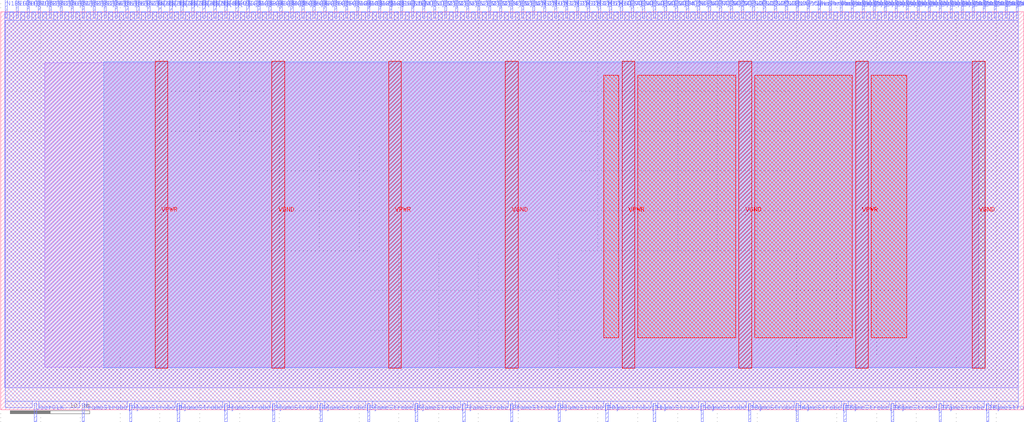
<source format=lef>
VERSION 5.7 ;
  NOWIREEXTENSIONATPIN ON ;
  DIVIDERCHAR "/" ;
  BUSBITCHARS "[]" ;
MACRO S_term_RAM_IO
  CLASS BLOCK ;
  FOREIGN S_term_RAM_IO ;
  ORIGIN 0.000 0.000 ;
  SIZE 128.500 BY 50.000 ;
  PIN FrameStrobe[0]
    DIRECTION INPUT ;
    USE SIGNAL ;
    ANTENNAGATEAREA 0.196500 ;
    PORT
      LAYER met2 ;
        RECT 10.210 -1.500 10.490 0.800 ;
    END
  END FrameStrobe[0]
  PIN FrameStrobe[10]
    DIRECTION INPUT ;
    USE SIGNAL ;
    ANTENNAGATEAREA 0.196500 ;
    PORT
      LAYER met2 ;
        RECT 70.010 -1.500 70.290 0.800 ;
    END
  END FrameStrobe[10]
  PIN FrameStrobe[11]
    DIRECTION INPUT ;
    USE SIGNAL ;
    ANTENNAGATEAREA 0.196500 ;
    PORT
      LAYER met2 ;
        RECT 75.990 -1.500 76.270 0.800 ;
    END
  END FrameStrobe[11]
  PIN FrameStrobe[12]
    DIRECTION INPUT ;
    USE SIGNAL ;
    ANTENNAGATEAREA 0.196500 ;
    PORT
      LAYER met2 ;
        RECT 81.970 -1.500 82.250 0.800 ;
    END
  END FrameStrobe[12]
  PIN FrameStrobe[13]
    DIRECTION INPUT ;
    USE SIGNAL ;
    ANTENNAGATEAREA 0.196500 ;
    PORT
      LAYER met2 ;
        RECT 87.950 -1.500 88.230 0.800 ;
    END
  END FrameStrobe[13]
  PIN FrameStrobe[14]
    DIRECTION INPUT ;
    USE SIGNAL ;
    ANTENNAGATEAREA 0.196500 ;
    PORT
      LAYER met2 ;
        RECT 93.930 -1.500 94.210 0.800 ;
    END
  END FrameStrobe[14]
  PIN FrameStrobe[15]
    DIRECTION INPUT ;
    USE SIGNAL ;
    ANTENNAGATEAREA 0.196500 ;
    PORT
      LAYER met2 ;
        RECT 99.910 -1.500 100.190 0.800 ;
    END
  END FrameStrobe[15]
  PIN FrameStrobe[16]
    DIRECTION INPUT ;
    USE SIGNAL ;
    ANTENNAGATEAREA 0.196500 ;
    PORT
      LAYER met2 ;
        RECT 105.890 -1.500 106.170 0.800 ;
    END
  END FrameStrobe[16]
  PIN FrameStrobe[17]
    DIRECTION INPUT ;
    USE SIGNAL ;
    ANTENNAGATEAREA 0.196500 ;
    PORT
      LAYER met2 ;
        RECT 111.870 -1.500 112.150 0.800 ;
    END
  END FrameStrobe[17]
  PIN FrameStrobe[18]
    DIRECTION INPUT ;
    USE SIGNAL ;
    ANTENNAGATEAREA 0.196500 ;
    PORT
      LAYER met2 ;
        RECT 117.850 -1.500 118.130 0.800 ;
    END
  END FrameStrobe[18]
  PIN FrameStrobe[19]
    DIRECTION INPUT ;
    USE SIGNAL ;
    ANTENNAGATEAREA 0.196500 ;
    PORT
      LAYER met2 ;
        RECT 123.830 -1.500 124.110 0.800 ;
    END
  END FrameStrobe[19]
  PIN FrameStrobe[1]
    DIRECTION INPUT ;
    USE SIGNAL ;
    ANTENNAGATEAREA 0.196500 ;
    PORT
      LAYER met2 ;
        RECT 16.190 -1.500 16.470 0.800 ;
    END
  END FrameStrobe[1]
  PIN FrameStrobe[2]
    DIRECTION INPUT ;
    USE SIGNAL ;
    ANTENNAGATEAREA 0.196500 ;
    PORT
      LAYER met2 ;
        RECT 22.170 -1.500 22.450 0.800 ;
    END
  END FrameStrobe[2]
  PIN FrameStrobe[3]
    DIRECTION INPUT ;
    USE SIGNAL ;
    ANTENNAGATEAREA 0.196500 ;
    PORT
      LAYER met2 ;
        RECT 28.150 -1.500 28.430 0.800 ;
    END
  END FrameStrobe[3]
  PIN FrameStrobe[4]
    DIRECTION INPUT ;
    USE SIGNAL ;
    ANTENNAGATEAREA 0.196500 ;
    PORT
      LAYER met2 ;
        RECT 34.130 -1.500 34.410 0.800 ;
    END
  END FrameStrobe[4]
  PIN FrameStrobe[5]
    DIRECTION INPUT ;
    USE SIGNAL ;
    ANTENNAGATEAREA 0.196500 ;
    PORT
      LAYER met2 ;
        RECT 40.110 -1.500 40.390 0.800 ;
    END
  END FrameStrobe[5]
  PIN FrameStrobe[6]
    DIRECTION INPUT ;
    USE SIGNAL ;
    ANTENNAGATEAREA 0.196500 ;
    PORT
      LAYER met2 ;
        RECT 46.090 -1.500 46.370 0.800 ;
    END
  END FrameStrobe[6]
  PIN FrameStrobe[7]
    DIRECTION INPUT ;
    USE SIGNAL ;
    ANTENNAGATEAREA 0.196500 ;
    PORT
      LAYER met2 ;
        RECT 52.070 -1.500 52.350 0.800 ;
    END
  END FrameStrobe[7]
  PIN FrameStrobe[8]
    DIRECTION INPUT ;
    USE SIGNAL ;
    ANTENNAGATEAREA 0.196500 ;
    PORT
      LAYER met2 ;
        RECT 58.050 -1.500 58.330 0.800 ;
    END
  END FrameStrobe[8]
  PIN FrameStrobe[9]
    DIRECTION INPUT ;
    USE SIGNAL ;
    ANTENNAGATEAREA 0.196500 ;
    PORT
      LAYER met2 ;
        RECT 64.030 -1.500 64.310 0.800 ;
    END
  END FrameStrobe[9]
  PIN FrameStrobe_O[0]
    DIRECTION OUTPUT TRISTATE ;
    USE SIGNAL ;
    ANTENNADIFFAREA 0.795200 ;
    PORT
      LAYER met2 ;
        RECT 101.290 49.200 101.570 51.500 ;
    END
  END FrameStrobe_O[0]
  PIN FrameStrobe_O[10]
    DIRECTION OUTPUT TRISTATE ;
    USE SIGNAL ;
    ANTENNADIFFAREA 0.795200 ;
    PORT
      LAYER met2 ;
        RECT 115.090 49.200 115.370 51.500 ;
    END
  END FrameStrobe_O[10]
  PIN FrameStrobe_O[11]
    DIRECTION OUTPUT TRISTATE ;
    USE SIGNAL ;
    ANTENNADIFFAREA 0.795200 ;
    PORT
      LAYER met2 ;
        RECT 116.470 49.200 116.750 51.500 ;
    END
  END FrameStrobe_O[11]
  PIN FrameStrobe_O[12]
    DIRECTION OUTPUT TRISTATE ;
    USE SIGNAL ;
    ANTENNADIFFAREA 0.795200 ;
    PORT
      LAYER met2 ;
        RECT 117.850 49.200 118.130 51.500 ;
    END
  END FrameStrobe_O[12]
  PIN FrameStrobe_O[13]
    DIRECTION OUTPUT TRISTATE ;
    USE SIGNAL ;
    ANTENNADIFFAREA 0.795200 ;
    PORT
      LAYER met2 ;
        RECT 119.230 49.200 119.510 51.500 ;
    END
  END FrameStrobe_O[13]
  PIN FrameStrobe_O[14]
    DIRECTION OUTPUT TRISTATE ;
    USE SIGNAL ;
    ANTENNADIFFAREA 0.795200 ;
    PORT
      LAYER met2 ;
        RECT 120.610 49.200 120.890 51.500 ;
    END
  END FrameStrobe_O[14]
  PIN FrameStrobe_O[15]
    DIRECTION OUTPUT TRISTATE ;
    USE SIGNAL ;
    ANTENNADIFFAREA 0.795200 ;
    PORT
      LAYER met2 ;
        RECT 121.990 49.200 122.270 51.500 ;
    END
  END FrameStrobe_O[15]
  PIN FrameStrobe_O[16]
    DIRECTION OUTPUT TRISTATE ;
    USE SIGNAL ;
    ANTENNADIFFAREA 0.795200 ;
    PORT
      LAYER met2 ;
        RECT 123.370 49.200 123.650 51.500 ;
    END
  END FrameStrobe_O[16]
  PIN FrameStrobe_O[17]
    DIRECTION OUTPUT TRISTATE ;
    USE SIGNAL ;
    ANTENNADIFFAREA 0.795200 ;
    PORT
      LAYER met2 ;
        RECT 124.750 49.200 125.030 51.500 ;
    END
  END FrameStrobe_O[17]
  PIN FrameStrobe_O[18]
    DIRECTION OUTPUT TRISTATE ;
    USE SIGNAL ;
    ANTENNADIFFAREA 0.795200 ;
    PORT
      LAYER met2 ;
        RECT 126.130 49.200 126.410 51.500 ;
    END
  END FrameStrobe_O[18]
  PIN FrameStrobe_O[19]
    DIRECTION OUTPUT TRISTATE ;
    USE SIGNAL ;
    ANTENNADIFFAREA 0.795200 ;
    PORT
      LAYER met2 ;
        RECT 127.510 49.200 127.790 51.500 ;
    END
  END FrameStrobe_O[19]
  PIN FrameStrobe_O[1]
    DIRECTION OUTPUT TRISTATE ;
    USE SIGNAL ;
    ANTENNADIFFAREA 0.795200 ;
    PORT
      LAYER met2 ;
        RECT 102.670 49.200 102.950 51.500 ;
    END
  END FrameStrobe_O[1]
  PIN FrameStrobe_O[2]
    DIRECTION OUTPUT TRISTATE ;
    USE SIGNAL ;
    ANTENNADIFFAREA 0.445500 ;
    PORT
      LAYER met2 ;
        RECT 104.050 49.200 104.330 51.500 ;
    END
  END FrameStrobe_O[2]
  PIN FrameStrobe_O[3]
    DIRECTION OUTPUT TRISTATE ;
    USE SIGNAL ;
    ANTENNADIFFAREA 0.795200 ;
    PORT
      LAYER met2 ;
        RECT 105.430 49.200 105.710 51.500 ;
    END
  END FrameStrobe_O[3]
  PIN FrameStrobe_O[4]
    DIRECTION OUTPUT TRISTATE ;
    USE SIGNAL ;
    ANTENNADIFFAREA 0.795200 ;
    PORT
      LAYER met2 ;
        RECT 106.810 49.200 107.090 51.500 ;
    END
  END FrameStrobe_O[4]
  PIN FrameStrobe_O[5]
    DIRECTION OUTPUT TRISTATE ;
    USE SIGNAL ;
    ANTENNADIFFAREA 0.795200 ;
    PORT
      LAYER met2 ;
        RECT 108.190 49.200 108.470 51.500 ;
    END
  END FrameStrobe_O[5]
  PIN FrameStrobe_O[6]
    DIRECTION OUTPUT TRISTATE ;
    USE SIGNAL ;
    ANTENNADIFFAREA 0.795200 ;
    PORT
      LAYER met2 ;
        RECT 109.570 49.200 109.850 51.500 ;
    END
  END FrameStrobe_O[6]
  PIN FrameStrobe_O[7]
    DIRECTION OUTPUT TRISTATE ;
    USE SIGNAL ;
    ANTENNADIFFAREA 0.795200 ;
    PORT
      LAYER met2 ;
        RECT 110.950 49.200 111.230 51.500 ;
    END
  END FrameStrobe_O[7]
  PIN FrameStrobe_O[8]
    DIRECTION OUTPUT TRISTATE ;
    USE SIGNAL ;
    ANTENNADIFFAREA 0.795200 ;
    PORT
      LAYER met2 ;
        RECT 112.330 49.200 112.610 51.500 ;
    END
  END FrameStrobe_O[8]
  PIN FrameStrobe_O[9]
    DIRECTION OUTPUT TRISTATE ;
    USE SIGNAL ;
    ANTENNADIFFAREA 0.795200 ;
    PORT
      LAYER met2 ;
        RECT 113.710 49.200 113.990 51.500 ;
    END
  END FrameStrobe_O[9]
  PIN N1BEG[0]
    DIRECTION OUTPUT TRISTATE ;
    USE SIGNAL ;
    ANTENNADIFFAREA 0.795200 ;
    PORT
      LAYER met2 ;
        RECT 0.550 49.200 0.830 51.500 ;
    END
  END N1BEG[0]
  PIN N1BEG[1]
    DIRECTION OUTPUT TRISTATE ;
    USE SIGNAL ;
    ANTENNADIFFAREA 0.795200 ;
    PORT
      LAYER met2 ;
        RECT 1.930 49.200 2.210 51.500 ;
    END
  END N1BEG[1]
  PIN N1BEG[2]
    DIRECTION OUTPUT TRISTATE ;
    USE SIGNAL ;
    ANTENNADIFFAREA 0.795200 ;
    PORT
      LAYER met2 ;
        RECT 3.310 49.200 3.590 51.500 ;
    END
  END N1BEG[2]
  PIN N1BEG[3]
    DIRECTION OUTPUT TRISTATE ;
    USE SIGNAL ;
    ANTENNADIFFAREA 0.795200 ;
    PORT
      LAYER met2 ;
        RECT 4.690 49.200 4.970 51.500 ;
    END
  END N1BEG[3]
  PIN N2BEG[0]
    DIRECTION OUTPUT TRISTATE ;
    USE SIGNAL ;
    ANTENNADIFFAREA 0.795200 ;
    PORT
      LAYER met2 ;
        RECT 6.070 49.200 6.350 51.500 ;
    END
  END N2BEG[0]
  PIN N2BEG[1]
    DIRECTION OUTPUT TRISTATE ;
    USE SIGNAL ;
    ANTENNADIFFAREA 0.795200 ;
    PORT
      LAYER met2 ;
        RECT 7.450 49.200 7.730 51.500 ;
    END
  END N2BEG[1]
  PIN N2BEG[2]
    DIRECTION OUTPUT TRISTATE ;
    USE SIGNAL ;
    ANTENNADIFFAREA 0.795200 ;
    PORT
      LAYER met2 ;
        RECT 8.830 49.200 9.110 51.500 ;
    END
  END N2BEG[2]
  PIN N2BEG[3]
    DIRECTION OUTPUT TRISTATE ;
    USE SIGNAL ;
    ANTENNADIFFAREA 0.795200 ;
    PORT
      LAYER met2 ;
        RECT 10.210 49.200 10.490 51.500 ;
    END
  END N2BEG[3]
  PIN N2BEG[4]
    DIRECTION OUTPUT TRISTATE ;
    USE SIGNAL ;
    ANTENNADIFFAREA 0.795200 ;
    PORT
      LAYER met2 ;
        RECT 11.590 49.200 11.870 51.500 ;
    END
  END N2BEG[4]
  PIN N2BEG[5]
    DIRECTION OUTPUT TRISTATE ;
    USE SIGNAL ;
    ANTENNADIFFAREA 0.795200 ;
    PORT
      LAYER met2 ;
        RECT 12.970 49.200 13.250 51.500 ;
    END
  END N2BEG[5]
  PIN N2BEG[6]
    DIRECTION OUTPUT TRISTATE ;
    USE SIGNAL ;
    ANTENNADIFFAREA 0.795200 ;
    PORT
      LAYER met2 ;
        RECT 14.350 49.200 14.630 51.500 ;
    END
  END N2BEG[6]
  PIN N2BEG[7]
    DIRECTION OUTPUT TRISTATE ;
    USE SIGNAL ;
    ANTENNADIFFAREA 0.795200 ;
    PORT
      LAYER met2 ;
        RECT 15.730 49.200 16.010 51.500 ;
    END
  END N2BEG[7]
  PIN N2BEGb[0]
    DIRECTION OUTPUT TRISTATE ;
    USE SIGNAL ;
    ANTENNADIFFAREA 0.445500 ;
    PORT
      LAYER met2 ;
        RECT 17.110 49.200 17.390 51.500 ;
    END
  END N2BEGb[0]
  PIN N2BEGb[1]
    DIRECTION OUTPUT TRISTATE ;
    USE SIGNAL ;
    ANTENNADIFFAREA 0.445500 ;
    PORT
      LAYER met2 ;
        RECT 18.490 49.200 18.770 51.500 ;
    END
  END N2BEGb[1]
  PIN N2BEGb[2]
    DIRECTION OUTPUT TRISTATE ;
    USE SIGNAL ;
    ANTENNADIFFAREA 0.795200 ;
    PORT
      LAYER met2 ;
        RECT 19.870 49.200 20.150 51.500 ;
    END
  END N2BEGb[2]
  PIN N2BEGb[3]
    DIRECTION OUTPUT TRISTATE ;
    USE SIGNAL ;
    ANTENNADIFFAREA 0.795200 ;
    PORT
      LAYER met2 ;
        RECT 21.250 49.200 21.530 51.500 ;
    END
  END N2BEGb[3]
  PIN N2BEGb[4]
    DIRECTION OUTPUT TRISTATE ;
    USE SIGNAL ;
    ANTENNADIFFAREA 0.795200 ;
    PORT
      LAYER met2 ;
        RECT 22.630 49.200 22.910 51.500 ;
    END
  END N2BEGb[4]
  PIN N2BEGb[5]
    DIRECTION OUTPUT TRISTATE ;
    USE SIGNAL ;
    ANTENNADIFFAREA 0.445500 ;
    PORT
      LAYER met2 ;
        RECT 24.010 49.200 24.290 51.500 ;
    END
  END N2BEGb[5]
  PIN N2BEGb[6]
    DIRECTION OUTPUT TRISTATE ;
    USE SIGNAL ;
    ANTENNADIFFAREA 0.445500 ;
    PORT
      LAYER met2 ;
        RECT 25.390 49.200 25.670 51.500 ;
    END
  END N2BEGb[6]
  PIN N2BEGb[7]
    DIRECTION OUTPUT TRISTATE ;
    USE SIGNAL ;
    ANTENNADIFFAREA 0.795200 ;
    PORT
      LAYER met2 ;
        RECT 26.770 49.200 27.050 51.500 ;
    END
  END N2BEGb[7]
  PIN N4BEG[0]
    DIRECTION OUTPUT TRISTATE ;
    USE SIGNAL ;
    ANTENNADIFFAREA 0.795200 ;
    PORT
      LAYER met2 ;
        RECT 28.150 49.200 28.430 51.500 ;
    END
  END N4BEG[0]
  PIN N4BEG[10]
    DIRECTION OUTPUT TRISTATE ;
    USE SIGNAL ;
    ANTENNADIFFAREA 0.795200 ;
    PORT
      LAYER met2 ;
        RECT 41.950 49.200 42.230 51.500 ;
    END
  END N4BEG[10]
  PIN N4BEG[11]
    DIRECTION OUTPUT TRISTATE ;
    USE SIGNAL ;
    ANTENNADIFFAREA 0.445500 ;
    PORT
      LAYER met2 ;
        RECT 43.330 49.200 43.610 51.500 ;
    END
  END N4BEG[11]
  PIN N4BEG[12]
    DIRECTION OUTPUT TRISTATE ;
    USE SIGNAL ;
    ANTENNADIFFAREA 0.445500 ;
    PORT
      LAYER met2 ;
        RECT 44.710 49.200 44.990 51.500 ;
    END
  END N4BEG[12]
  PIN N4BEG[13]
    DIRECTION OUTPUT TRISTATE ;
    USE SIGNAL ;
    ANTENNADIFFAREA 0.445500 ;
    PORT
      LAYER met2 ;
        RECT 46.090 49.200 46.370 51.500 ;
    END
  END N4BEG[13]
  PIN N4BEG[14]
    DIRECTION OUTPUT TRISTATE ;
    USE SIGNAL ;
    ANTENNADIFFAREA 0.795200 ;
    PORT
      LAYER met2 ;
        RECT 47.470 49.200 47.750 51.500 ;
    END
  END N4BEG[14]
  PIN N4BEG[15]
    DIRECTION OUTPUT TRISTATE ;
    USE SIGNAL ;
    ANTENNADIFFAREA 0.795200 ;
    PORT
      LAYER met2 ;
        RECT 48.850 49.200 49.130 51.500 ;
    END
  END N4BEG[15]
  PIN N4BEG[1]
    DIRECTION OUTPUT TRISTATE ;
    USE SIGNAL ;
    ANTENNADIFFAREA 0.795200 ;
    PORT
      LAYER met2 ;
        RECT 29.530 49.200 29.810 51.500 ;
    END
  END N4BEG[1]
  PIN N4BEG[2]
    DIRECTION OUTPUT TRISTATE ;
    USE SIGNAL ;
    ANTENNADIFFAREA 0.795200 ;
    PORT
      LAYER met2 ;
        RECT 30.910 49.200 31.190 51.500 ;
    END
  END N4BEG[2]
  PIN N4BEG[3]
    DIRECTION OUTPUT TRISTATE ;
    USE SIGNAL ;
    ANTENNADIFFAREA 0.445500 ;
    PORT
      LAYER met2 ;
        RECT 32.290 49.200 32.570 51.500 ;
    END
  END N4BEG[3]
  PIN N4BEG[4]
    DIRECTION OUTPUT TRISTATE ;
    USE SIGNAL ;
    ANTENNADIFFAREA 0.795200 ;
    PORT
      LAYER met2 ;
        RECT 33.670 49.200 33.950 51.500 ;
    END
  END N4BEG[4]
  PIN N4BEG[5]
    DIRECTION OUTPUT TRISTATE ;
    USE SIGNAL ;
    ANTENNADIFFAREA 0.795200 ;
    PORT
      LAYER met2 ;
        RECT 35.050 49.200 35.330 51.500 ;
    END
  END N4BEG[5]
  PIN N4BEG[6]
    DIRECTION OUTPUT TRISTATE ;
    USE SIGNAL ;
    ANTENNADIFFAREA 0.445500 ;
    PORT
      LAYER met2 ;
        RECT 36.430 49.200 36.710 51.500 ;
    END
  END N4BEG[6]
  PIN N4BEG[7]
    DIRECTION OUTPUT TRISTATE ;
    USE SIGNAL ;
    ANTENNADIFFAREA 0.445500 ;
    PORT
      LAYER met2 ;
        RECT 37.810 49.200 38.090 51.500 ;
    END
  END N4BEG[7]
  PIN N4BEG[8]
    DIRECTION OUTPUT TRISTATE ;
    USE SIGNAL ;
    ANTENNADIFFAREA 0.795200 ;
    PORT
      LAYER met2 ;
        RECT 39.190 49.200 39.470 51.500 ;
    END
  END N4BEG[8]
  PIN N4BEG[9]
    DIRECTION OUTPUT TRISTATE ;
    USE SIGNAL ;
    ANTENNADIFFAREA 0.445500 ;
    PORT
      LAYER met2 ;
        RECT 40.570 49.200 40.850 51.500 ;
    END
  END N4BEG[9]
  PIN S1END[0]
    DIRECTION INPUT ;
    USE SIGNAL ;
    ANTENNAGATEAREA 0.196500 ;
    PORT
      LAYER met2 ;
        RECT 50.230 49.200 50.510 51.500 ;
    END
  END S1END[0]
  PIN S1END[1]
    DIRECTION INPUT ;
    USE SIGNAL ;
    ANTENNAGATEAREA 0.196500 ;
    PORT
      LAYER met2 ;
        RECT 51.610 49.200 51.890 51.500 ;
    END
  END S1END[1]
  PIN S1END[2]
    DIRECTION INPUT ;
    USE SIGNAL ;
    ANTENNAGATEAREA 0.196500 ;
    PORT
      LAYER met2 ;
        RECT 52.990 49.200 53.270 51.500 ;
    END
  END S1END[2]
  PIN S1END[3]
    DIRECTION INPUT ;
    USE SIGNAL ;
    ANTENNAGATEAREA 0.196500 ;
    PORT
      LAYER met2 ;
        RECT 54.370 49.200 54.650 51.500 ;
    END
  END S1END[3]
  PIN S2END[0]
    DIRECTION INPUT ;
    USE SIGNAL ;
    ANTENNAGATEAREA 0.196500 ;
    PORT
      LAYER met2 ;
        RECT 55.750 49.200 56.030 51.500 ;
    END
  END S2END[0]
  PIN S2END[1]
    DIRECTION INPUT ;
    USE SIGNAL ;
    ANTENNAGATEAREA 0.196500 ;
    PORT
      LAYER met2 ;
        RECT 57.130 49.200 57.410 51.500 ;
    END
  END S2END[1]
  PIN S2END[2]
    DIRECTION INPUT ;
    USE SIGNAL ;
    ANTENNAGATEAREA 0.196500 ;
    PORT
      LAYER met2 ;
        RECT 58.510 49.200 58.790 51.500 ;
    END
  END S2END[2]
  PIN S2END[3]
    DIRECTION INPUT ;
    USE SIGNAL ;
    ANTENNAGATEAREA 0.196500 ;
    PORT
      LAYER met2 ;
        RECT 59.890 49.200 60.170 51.500 ;
    END
  END S2END[3]
  PIN S2END[4]
    DIRECTION INPUT ;
    USE SIGNAL ;
    ANTENNAGATEAREA 0.196500 ;
    PORT
      LAYER met2 ;
        RECT 61.270 49.200 61.550 51.500 ;
    END
  END S2END[4]
  PIN S2END[5]
    DIRECTION INPUT ;
    USE SIGNAL ;
    ANTENNAGATEAREA 0.196500 ;
    PORT
      LAYER met2 ;
        RECT 62.650 49.200 62.930 51.500 ;
    END
  END S2END[5]
  PIN S2END[6]
    DIRECTION INPUT ;
    USE SIGNAL ;
    ANTENNAGATEAREA 0.196500 ;
    PORT
      LAYER met2 ;
        RECT 64.030 49.200 64.310 51.500 ;
    END
  END S2END[6]
  PIN S2END[7]
    DIRECTION INPUT ;
    USE SIGNAL ;
    ANTENNAGATEAREA 0.196500 ;
    PORT
      LAYER met2 ;
        RECT 65.410 49.200 65.690 51.500 ;
    END
  END S2END[7]
  PIN S2MID[0]
    DIRECTION INPUT ;
    USE SIGNAL ;
    ANTENNAGATEAREA 0.196500 ;
    PORT
      LAYER met2 ;
        RECT 66.790 49.200 67.070 51.500 ;
    END
  END S2MID[0]
  PIN S2MID[1]
    DIRECTION INPUT ;
    USE SIGNAL ;
    ANTENNAGATEAREA 0.196500 ;
    PORT
      LAYER met2 ;
        RECT 68.170 49.200 68.450 51.500 ;
    END
  END S2MID[1]
  PIN S2MID[2]
    DIRECTION INPUT ;
    USE SIGNAL ;
    ANTENNAGATEAREA 0.196500 ;
    PORT
      LAYER met2 ;
        RECT 69.550 49.200 69.830 51.500 ;
    END
  END S2MID[2]
  PIN S2MID[3]
    DIRECTION INPUT ;
    USE SIGNAL ;
    ANTENNAGATEAREA 0.196500 ;
    PORT
      LAYER met2 ;
        RECT 70.930 49.200 71.210 51.500 ;
    END
  END S2MID[3]
  PIN S2MID[4]
    DIRECTION INPUT ;
    USE SIGNAL ;
    ANTENNAGATEAREA 0.196500 ;
    PORT
      LAYER met2 ;
        RECT 72.310 49.200 72.590 51.500 ;
    END
  END S2MID[4]
  PIN S2MID[5]
    DIRECTION INPUT ;
    USE SIGNAL ;
    ANTENNAGATEAREA 0.196500 ;
    PORT
      LAYER met2 ;
        RECT 73.690 49.200 73.970 51.500 ;
    END
  END S2MID[5]
  PIN S2MID[6]
    DIRECTION INPUT ;
    USE SIGNAL ;
    ANTENNAGATEAREA 0.196500 ;
    PORT
      LAYER met2 ;
        RECT 75.070 49.200 75.350 51.500 ;
    END
  END S2MID[6]
  PIN S2MID[7]
    DIRECTION INPUT ;
    USE SIGNAL ;
    ANTENNAGATEAREA 0.196500 ;
    PORT
      LAYER met2 ;
        RECT 76.450 49.200 76.730 51.500 ;
    END
  END S2MID[7]
  PIN S4END[0]
    DIRECTION INPUT ;
    USE SIGNAL ;
    ANTENNAGATEAREA 0.196500 ;
    PORT
      LAYER met2 ;
        RECT 77.830 49.200 78.110 51.500 ;
    END
  END S4END[0]
  PIN S4END[10]
    DIRECTION INPUT ;
    USE SIGNAL ;
    ANTENNAGATEAREA 0.196500 ;
    PORT
      LAYER met2 ;
        RECT 91.630 49.200 91.910 51.500 ;
    END
  END S4END[10]
  PIN S4END[11]
    DIRECTION INPUT ;
    USE SIGNAL ;
    ANTENNAGATEAREA 0.196500 ;
    PORT
      LAYER met2 ;
        RECT 93.010 49.200 93.290 51.500 ;
    END
  END S4END[11]
  PIN S4END[12]
    DIRECTION INPUT ;
    USE SIGNAL ;
    ANTENNAGATEAREA 0.196500 ;
    PORT
      LAYER met2 ;
        RECT 94.390 49.200 94.670 51.500 ;
    END
  END S4END[12]
  PIN S4END[13]
    DIRECTION INPUT ;
    USE SIGNAL ;
    ANTENNAGATEAREA 0.196500 ;
    PORT
      LAYER met2 ;
        RECT 95.770 49.200 96.050 51.500 ;
    END
  END S4END[13]
  PIN S4END[14]
    DIRECTION INPUT ;
    USE SIGNAL ;
    ANTENNAGATEAREA 0.196500 ;
    PORT
      LAYER met2 ;
        RECT 97.150 49.200 97.430 51.500 ;
    END
  END S4END[14]
  PIN S4END[15]
    DIRECTION INPUT ;
    USE SIGNAL ;
    ANTENNAGATEAREA 0.196500 ;
    PORT
      LAYER met2 ;
        RECT 98.530 49.200 98.810 51.500 ;
    END
  END S4END[15]
  PIN S4END[1]
    DIRECTION INPUT ;
    USE SIGNAL ;
    ANTENNAGATEAREA 0.196500 ;
    PORT
      LAYER met2 ;
        RECT 79.210 49.200 79.490 51.500 ;
    END
  END S4END[1]
  PIN S4END[2]
    DIRECTION INPUT ;
    USE SIGNAL ;
    ANTENNAGATEAREA 0.196500 ;
    PORT
      LAYER met2 ;
        RECT 80.590 49.200 80.870 51.500 ;
    END
  END S4END[2]
  PIN S4END[3]
    DIRECTION INPUT ;
    USE SIGNAL ;
    ANTENNAGATEAREA 0.196500 ;
    PORT
      LAYER met2 ;
        RECT 81.970 49.200 82.250 51.500 ;
    END
  END S4END[3]
  PIN S4END[4]
    DIRECTION INPUT ;
    USE SIGNAL ;
    ANTENNAGATEAREA 0.196500 ;
    PORT
      LAYER met2 ;
        RECT 83.350 49.200 83.630 51.500 ;
    END
  END S4END[4]
  PIN S4END[5]
    DIRECTION INPUT ;
    USE SIGNAL ;
    ANTENNAGATEAREA 0.196500 ;
    PORT
      LAYER met2 ;
        RECT 84.730 49.200 85.010 51.500 ;
    END
  END S4END[5]
  PIN S4END[6]
    DIRECTION INPUT ;
    USE SIGNAL ;
    ANTENNAGATEAREA 0.196500 ;
    PORT
      LAYER met2 ;
        RECT 86.110 49.200 86.390 51.500 ;
    END
  END S4END[6]
  PIN S4END[7]
    DIRECTION INPUT ;
    USE SIGNAL ;
    ANTENNAGATEAREA 0.196500 ;
    PORT
      LAYER met2 ;
        RECT 87.490 49.200 87.770 51.500 ;
    END
  END S4END[7]
  PIN S4END[8]
    DIRECTION INPUT ;
    USE SIGNAL ;
    ANTENNAGATEAREA 0.196500 ;
    PORT
      LAYER met2 ;
        RECT 88.870 49.200 89.150 51.500 ;
    END
  END S4END[8]
  PIN S4END[9]
    DIRECTION INPUT ;
    USE SIGNAL ;
    ANTENNAGATEAREA 0.196500 ;
    PORT
      LAYER met2 ;
        RECT 90.250 49.200 90.530 51.500 ;
    END
  END S4END[9]
  PIN UserCLK
    DIRECTION INPUT ;
    USE SIGNAL ;
    ANTENNAGATEAREA 0.196500 ;
    PORT
      LAYER met2 ;
        RECT 4.230 -1.500 4.510 0.800 ;
    END
  END UserCLK
  PIN UserCLKo
    DIRECTION OUTPUT TRISTATE ;
    USE SIGNAL ;
    ANTENNADIFFAREA 0.445500 ;
    PORT
      LAYER met2 ;
        RECT 99.910 49.200 100.190 51.500 ;
    END
  END UserCLKo
  PIN VGND
    DIRECTION INOUT ;
    USE GROUND ;
    PORT
      LAYER met4 ;
        RECT 34.040 5.200 35.640 43.760 ;
    END
    PORT
      LAYER met4 ;
        RECT 63.365 5.200 64.965 43.760 ;
    END
    PORT
      LAYER met4 ;
        RECT 92.690 5.200 94.290 43.760 ;
    END
    PORT
      LAYER met4 ;
        RECT 122.015 5.200 123.615 43.760 ;
    END
  END VGND
  PIN VPWR
    DIRECTION INOUT ;
    USE POWER ;
    PORT
      LAYER met4 ;
        RECT 19.380 5.200 20.980 43.760 ;
    END
    PORT
      LAYER met4 ;
        RECT 48.705 5.200 50.305 43.760 ;
    END
    PORT
      LAYER met4 ;
        RECT 78.030 5.200 79.630 43.760 ;
    END
    PORT
      LAYER met4 ;
        RECT 107.355 5.200 108.955 43.760 ;
    END
  END VPWR
  OBS
      LAYER li1 ;
        RECT 5.520 5.355 122.820 43.605 ;
      LAYER met1 ;
        RECT 0.530 2.760 127.810 49.940 ;
      LAYER met2 ;
        RECT 1.110 48.920 1.650 49.970 ;
        RECT 2.490 48.920 3.030 49.970 ;
        RECT 3.870 48.920 4.410 49.970 ;
        RECT 5.250 48.920 5.790 49.970 ;
        RECT 6.630 48.920 7.170 49.970 ;
        RECT 8.010 48.920 8.550 49.970 ;
        RECT 9.390 48.920 9.930 49.970 ;
        RECT 10.770 48.920 11.310 49.970 ;
        RECT 12.150 48.920 12.690 49.970 ;
        RECT 13.530 48.920 14.070 49.970 ;
        RECT 14.910 48.920 15.450 49.970 ;
        RECT 16.290 48.920 16.830 49.970 ;
        RECT 17.670 48.920 18.210 49.970 ;
        RECT 19.050 48.920 19.590 49.970 ;
        RECT 20.430 48.920 20.970 49.970 ;
        RECT 21.810 48.920 22.350 49.970 ;
        RECT 23.190 48.920 23.730 49.970 ;
        RECT 24.570 48.920 25.110 49.970 ;
        RECT 25.950 48.920 26.490 49.970 ;
        RECT 27.330 48.920 27.870 49.970 ;
        RECT 28.710 48.920 29.250 49.970 ;
        RECT 30.090 48.920 30.630 49.970 ;
        RECT 31.470 48.920 32.010 49.970 ;
        RECT 32.850 48.920 33.390 49.970 ;
        RECT 34.230 48.920 34.770 49.970 ;
        RECT 35.610 48.920 36.150 49.970 ;
        RECT 36.990 48.920 37.530 49.970 ;
        RECT 38.370 48.920 38.910 49.970 ;
        RECT 39.750 48.920 40.290 49.970 ;
        RECT 41.130 48.920 41.670 49.970 ;
        RECT 42.510 48.920 43.050 49.970 ;
        RECT 43.890 48.920 44.430 49.970 ;
        RECT 45.270 48.920 45.810 49.970 ;
        RECT 46.650 48.920 47.190 49.970 ;
        RECT 48.030 48.920 48.570 49.970 ;
        RECT 49.410 48.920 49.950 49.970 ;
        RECT 50.790 48.920 51.330 49.970 ;
        RECT 52.170 48.920 52.710 49.970 ;
        RECT 53.550 48.920 54.090 49.970 ;
        RECT 54.930 48.920 55.470 49.970 ;
        RECT 56.310 48.920 56.850 49.970 ;
        RECT 57.690 48.920 58.230 49.970 ;
        RECT 59.070 48.920 59.610 49.970 ;
        RECT 60.450 48.920 60.990 49.970 ;
        RECT 61.830 48.920 62.370 49.970 ;
        RECT 63.210 48.920 63.750 49.970 ;
        RECT 64.590 48.920 65.130 49.970 ;
        RECT 65.970 48.920 66.510 49.970 ;
        RECT 67.350 48.920 67.890 49.970 ;
        RECT 68.730 48.920 69.270 49.970 ;
        RECT 70.110 48.920 70.650 49.970 ;
        RECT 71.490 48.920 72.030 49.970 ;
        RECT 72.870 48.920 73.410 49.970 ;
        RECT 74.250 48.920 74.790 49.970 ;
        RECT 75.630 48.920 76.170 49.970 ;
        RECT 77.010 48.920 77.550 49.970 ;
        RECT 78.390 48.920 78.930 49.970 ;
        RECT 79.770 48.920 80.310 49.970 ;
        RECT 81.150 48.920 81.690 49.970 ;
        RECT 82.530 48.920 83.070 49.970 ;
        RECT 83.910 48.920 84.450 49.970 ;
        RECT 85.290 48.920 85.830 49.970 ;
        RECT 86.670 48.920 87.210 49.970 ;
        RECT 88.050 48.920 88.590 49.970 ;
        RECT 89.430 48.920 89.970 49.970 ;
        RECT 90.810 48.920 91.350 49.970 ;
        RECT 92.190 48.920 92.730 49.970 ;
        RECT 93.570 48.920 94.110 49.970 ;
        RECT 94.950 48.920 95.490 49.970 ;
        RECT 96.330 48.920 96.870 49.970 ;
        RECT 97.710 48.920 98.250 49.970 ;
        RECT 99.090 48.920 99.630 49.970 ;
        RECT 100.470 48.920 101.010 49.970 ;
        RECT 101.850 48.920 102.390 49.970 ;
        RECT 103.230 48.920 103.770 49.970 ;
        RECT 104.610 48.920 105.150 49.970 ;
        RECT 105.990 48.920 106.530 49.970 ;
        RECT 107.370 48.920 107.910 49.970 ;
        RECT 108.750 48.920 109.290 49.970 ;
        RECT 110.130 48.920 110.670 49.970 ;
        RECT 111.510 48.920 112.050 49.970 ;
        RECT 112.890 48.920 113.430 49.970 ;
        RECT 114.270 48.920 114.810 49.970 ;
        RECT 115.650 48.920 116.190 49.970 ;
        RECT 117.030 48.920 117.570 49.970 ;
        RECT 118.410 48.920 118.950 49.970 ;
        RECT 119.790 48.920 120.330 49.970 ;
        RECT 121.170 48.920 121.710 49.970 ;
        RECT 122.550 48.920 123.090 49.970 ;
        RECT 123.930 48.920 124.470 49.970 ;
        RECT 125.310 48.920 125.850 49.970 ;
        RECT 126.690 48.920 127.230 49.970 ;
        RECT 0.560 1.080 127.780 48.920 ;
        RECT 0.560 0.270 3.950 1.080 ;
        RECT 4.790 0.270 9.930 1.080 ;
        RECT 10.770 0.270 15.910 1.080 ;
        RECT 16.750 0.270 21.890 1.080 ;
        RECT 22.730 0.270 27.870 1.080 ;
        RECT 28.710 0.270 33.850 1.080 ;
        RECT 34.690 0.270 39.830 1.080 ;
        RECT 40.670 0.270 45.810 1.080 ;
        RECT 46.650 0.270 51.790 1.080 ;
        RECT 52.630 0.270 57.770 1.080 ;
        RECT 58.610 0.270 63.750 1.080 ;
        RECT 64.590 0.270 69.730 1.080 ;
        RECT 70.570 0.270 75.710 1.080 ;
        RECT 76.550 0.270 81.690 1.080 ;
        RECT 82.530 0.270 87.670 1.080 ;
        RECT 88.510 0.270 93.650 1.080 ;
        RECT 94.490 0.270 99.630 1.080 ;
        RECT 100.470 0.270 105.610 1.080 ;
        RECT 106.450 0.270 111.590 1.080 ;
        RECT 112.430 0.270 117.570 1.080 ;
        RECT 118.410 0.270 123.550 1.080 ;
        RECT 124.390 0.270 127.780 1.080 ;
      LAYER met3 ;
        RECT 12.945 5.275 123.605 43.685 ;
      LAYER met4 ;
        RECT 75.735 9.015 77.630 41.985 ;
        RECT 80.030 9.015 92.290 41.985 ;
        RECT 94.690 9.015 106.955 41.985 ;
        RECT 109.355 9.015 113.785 41.985 ;
  END
END S_term_RAM_IO
END LIBRARY


</source>
